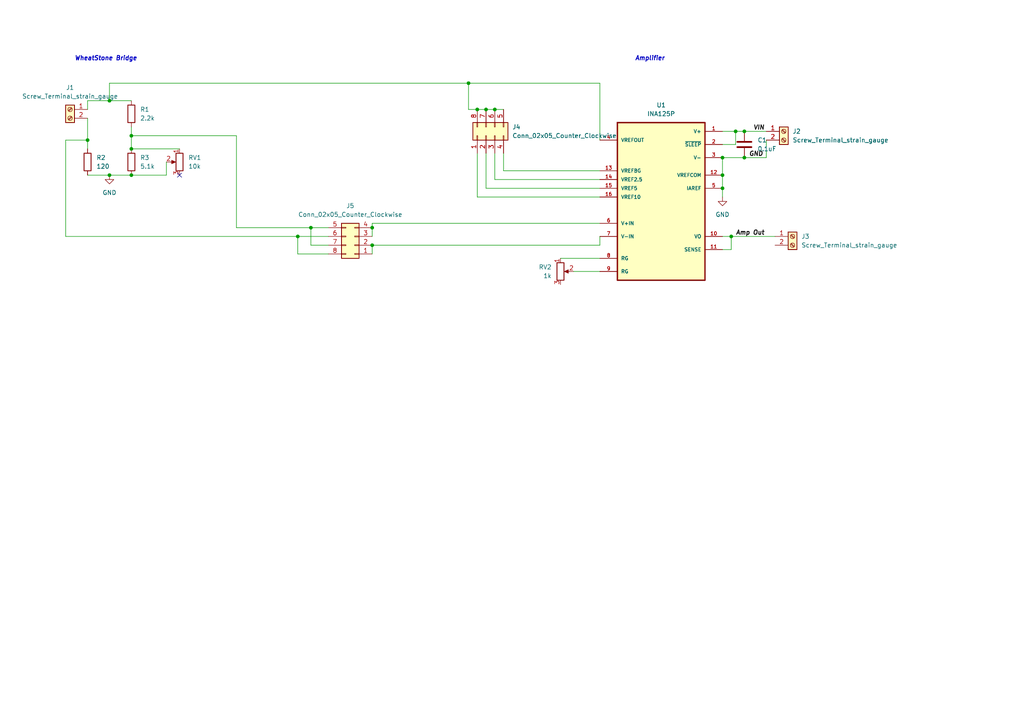
<source format=kicad_sch>
(kicad_sch (version 20211123) (generator eeschema)
  (paper "A4")
  (lib_symbols
    (symbol "Connector:Screw_Terminal_01x02" (pin_names (offset 1.016) hide)
      (property "Reference" "J" (at 0 2.54 0))
      (property "Value" "Screw_Terminal_01x02" (at 0 -5.08 0))
      (symbol "Screw_Terminal_01x02_1_1"
        (rectangle (start -1.27 1.27) (end 1.27 -3.81) (stroke (width 0.254)) (fill (type background)))
        (circle (center 0 -2.54) (radius 0.635) (stroke (width 0.1524)))
        (polyline (pts (xy -0.5334 -2.2098) (xy 0.3302 -3.048)) (stroke (width 0.1524)))
        (polyline (pts (xy -0.5334 0.3302) (xy 0.3302 -0.508)) (stroke (width 0.1524)))
        (polyline (pts (xy -0.3556 -2.032) (xy 0.508 -2.8702)) (stroke (width 0.1524)))
        (polyline (pts (xy -0.3556 0.508) (xy 0.508 -0.3302)) (stroke (width 0.1524)))
        (circle (center 0 0) (radius 0.635) (stroke (width 0.1524)))
        (pin passive line (at -5.08 0 0) (length 3.81) (name "Pin_1") (number "1"))
        (pin passive line (at -5.08 -2.54 0) (length 3.81) (name "Pin_2") (number "2"))
      )
    )
    (symbol "Connector_Generic:Conn_02x04_Counter_Clockwise" (pin_names (offset 1.016) hide)
      (property "Reference" "J" (at 1.27 5.08 0))
      (property "Value" "Conn_02x04_Counter_Clockwise" (at 1.27 -7.62 0))
      (symbol "Conn_02x04_Counter_Clockwise_1_1"
        (rectangle (start -1.27 -4.953) (end 0 -5.207) (stroke (width 0.1524)))
        (rectangle (start -1.27 -2.413) (end 0 -2.667) (stroke (width 0.1524)))
        (rectangle (start -1.27 0.127) (end 0 -0.127) (stroke (width 0.1524)))
        (rectangle (start -1.27 2.667) (end 0 2.413) (stroke (width 0.1524)))
        (rectangle (start -1.27 3.81) (end 3.81 -6.35) (stroke (width 0.254)) (fill (type background)))
        (rectangle (start 3.81 -4.953) (end 2.54 -5.207) (stroke (width 0.1524)))
        (rectangle (start 3.81 -2.413) (end 2.54 -2.667) (stroke (width 0.1524)))
        (rectangle (start 3.81 0.127) (end 2.54 -0.127) (stroke (width 0.1524)))
        (rectangle (start 3.81 2.667) (end 2.54 2.413) (stroke (width 0.1524)))
        (pin passive line (at -5.08 2.54 0) (length 3.81) (name "Pin_1") (number "1"))
        (pin passive line (at -5.08 0 0) (length 3.81) (name "Pin_2") (number "2"))
        (pin passive line (at -5.08 -2.54 0) (length 3.81) (name "Pin_3") (number "3"))
        (pin passive line (at -5.08 -5.08 0) (length 3.81) (name "Pin_4") (number "4"))
        (pin passive line (at 7.62 -5.08 180) (length 3.81) (name "Pin_5") (number "5"))
        (pin passive line (at 7.62 -2.54 180) (length 3.81) (name "Pin_6") (number "6"))
        (pin passive line (at 7.62 0 180) (length 3.81) (name "Pin_7") (number "7"))
        (pin passive line (at 7.62 2.54 180) (length 3.81) (name "Pin_8") (number "8"))
      )
    )
    (symbol "Device:C" (pin_numbers hide) (pin_names (offset 0.254))
      (property "Reference" "C" (at 0.635 2.54 0))
      (property "Value" "C" (at 0.635 -2.54 0))
      (symbol "C_0_1"
        (polyline (pts (xy -2.032 -0.762) (xy 2.032 -0.762)) (stroke (width 0.508)))
        (polyline (pts (xy -2.032 0.762) (xy 2.032 0.762)) (stroke (width 0.508)))
      )
      (symbol "C_1_1"
        (pin passive line (at 0 3.81 270) (length 2.794) (name "~") (number "1"))
        (pin passive line (at 0 -3.81 90) (length 2.794) (name "~") (number "2"))
      )
    )
    (symbol "Device:R" (pin_numbers hide) (pin_names (offset 0))
      (property "Reference" "R" (at 2.032 0 90))
      (property "Value" "R" (at 0 0 90))
      (symbol "R_0_1"
        (rectangle (start -1.016 -2.54) (end 1.016 2.54) (stroke (width 0.254)))
      )
      (symbol "R_1_1"
        (pin passive line (at 0 3.81 270) (length 1.27) (name "~") (number "1"))
        (pin passive line (at 0 -3.81 90) (length 1.27) (name "~") (number "2"))
      )
    )
    (symbol "Device:R_Potentiometer" (pin_names (offset 1.016) hide)
      (property "Reference" "RV" (at -4.445 0 90))
      (property "Value" "R_Potentiometer" (at -2.54 0 90))
      (symbol "R_Potentiometer_0_1"
        (polyline (pts (xy 2.54 0) (xy 1.524 0)))
        (polyline (pts (xy 1.143 0) (xy 2.286 0.508) (xy 2.286 -0.508) (xy 1.143 0)) (fill (type outline)))
        (rectangle (start 1.016 2.54) (end -1.016 -2.54) (stroke (width 0.254)))
      )
      (symbol "R_Potentiometer_1_1"
        (pin passive line (at 0 3.81 270) (length 1.27) (name "1") (number "1"))
        (pin passive line (at 3.81 0 180) (length 1.27) (name "2") (number "2"))
        (pin passive line (at 0 -3.81 90) (length 1.27) (name "3") (number "3"))
      )
    )
    (symbol "INA125P:INA125P" (pin_names (offset 1.016))
      (property "Reference" "U" (at -12.7 23.8506 0))
      (property "Value" "INA125P" (at -12.7 -26.8478 0))
      (symbol "INA125P_0_0"
        (rectangle (start -12.7 -22.86) (end 12.7 22.86) (stroke (width 0.4064)) (fill (type background)))
        (pin power_in line (at 17.78 20.32 180) (length 5.08) (name "V+") (number "1"))
        (pin output line (at 17.78 -10.16 180) (length 5.08) (name "VO") (number "10"))
        (pin input line (at 17.78 -13.97 180) (length 5.08) (name "SENSE") (number "11"))
        (pin input line (at 17.78 7.62 180) (length 5.08) (name "VREFCOM") (number "12"))
        (pin input line (at -17.78 8.89 0) (length 5.08) (name "VREFBG") (number "13"))
        (pin power_in line (at -17.78 6.35 0) (length 5.08) (name "VREF2.5") (number "14"))
        (pin input line (at -17.78 3.81 0) (length 5.08) (name "VREF5") (number "15"))
        (pin input line (at -17.78 1.27 0) (length 5.08) (name "VREF10") (number "16"))
        (pin bidirectional line (at 17.78 16.51 180) (length 5.08) (name "~{SLEEP}") (number "2"))
        (pin power_in line (at 17.78 12.7 180) (length 5.08) (name "V-") (number "3"))
        (pin output line (at -17.78 17.78 0) (length 5.08) (name "VREFOUT") (number "4"))
        (pin input line (at 17.78 3.81 180) (length 5.08) (name "IAREF") (number "5"))
        (pin input line (at -17.78 -6.35 0) (length 5.08) (name "V+IN") (number "6"))
        (pin input line (at -17.78 -10.16 0) (length 5.08) (name "V-IN") (number "7"))
        (pin bidirectional line (at -17.78 -16.51 0) (length 5.08) (name "RG") (number "8"))
        (pin bidirectional line (at -17.78 -20.32 0) (length 5.08) (name "RG") (number "9"))
      )
    )
    (symbol "power:GND" (power) (pin_names (offset 0))
      (property "Value" "GND" (at 0 -3.81 0))
      (symbol "GND_0_1"
        (polyline (pts (xy 0 0) (xy 0 -1.27) (xy 1.27 -1.27) (xy 0 -2.54) (xy -1.27 -1.27) (xy 0 -1.27)))
      )
      (symbol "GND_1_1"
        (pin power_in line (at 0 0 270) (length 0) hide (name "GND") (number "1"))
      )
    )
  )
  (junction (at 215.9 45.72))
  (junction (at 209.55 45.72))
  (junction (at 107.95 66.04))
  (junction (at 140.97 31.75))
  (junction (at 143.51 31.75))
  (junction (at 138.43 31.75))
  (junction (at 135.89 24.13))
  (junction (at 31.75 29.21))
  (junction (at 31.75 50.8))
  (junction (at 38.1 43.18))
  (junction (at 86.36 68.58))
  (junction (at 90.17 66.04))
  (junction (at 209.55 54.61))
  (junction (at 215.9 38.1))
  (junction (at 25.4 40.64))
  (junction (at 38.1 39.37))
  (junction (at 209.55 50.8))
  (junction (at 38.1 50.8))
  (junction (at 213.36 38.1))
  (junction (at 212.09 68.58))
  (junction (at 107.95 71.12))
  (no_connect (at 52.07 50.8))
  (wire (pts (xy 143.51 52.07) (xy 143.51 44.45)))
  (wire (pts (xy 90.17 66.04) (xy 95.25 66.04)))
  (wire (pts (xy 31.75 24.13) (xy 135.89 24.13)))
  (wire (pts (xy 25.4 50.8) (xy 31.75 50.8)))
  (wire (pts (xy 135.89 31.75) (xy 138.43 31.75)))
  (wire (pts (xy 38.1 36.83) (xy 38.1 39.37)))
  (wire (pts (xy 68.58 39.37) (xy 68.58 66.04)))
  (wire (pts (xy 107.95 71.12) (xy 173.99 71.12)))
  (wire (pts (xy 107.95 71.12) (xy 107.95 73.66)))
  (wire (pts (xy 173.99 49.53) (xy 146.05 49.53)))
  (wire (pts (xy 90.17 71.12) (xy 90.17 66.04)))
  (wire (pts (xy 212.09 68.58) (xy 224.79 68.58)))
  (wire (pts (xy 95.25 71.12) (xy 90.17 71.12)))
  (wire (pts (xy 146.05 49.53) (xy 146.05 44.45)))
  (wire (pts (xy 173.99 52.07) (xy 143.51 52.07)))
  (wire (pts (xy 25.4 40.64) (xy 25.4 43.18)))
  (wire (pts (xy 107.95 66.04) (xy 107.95 68.58)))
  (wire (pts (xy 173.99 57.15) (xy 138.43 57.15)))
  (wire (pts (xy 86.36 73.66) (xy 95.25 73.66)))
  (wire (pts (xy 215.9 45.72) (xy 222.25 45.72)))
  (wire (pts (xy 209.55 45.72) (xy 215.9 45.72)))
  (wire (pts (xy 25.4 29.21) (xy 25.4 31.75)))
  (wire (pts (xy 209.55 41.91) (xy 213.36 41.91)))
  (wire (pts (xy 48.26 50.8) (xy 48.26 46.99)))
  (wire (pts (xy 25.4 29.21) (xy 31.75 29.21)))
  (wire (pts (xy 31.75 29.21) (xy 38.1 29.21)))
  (wire (pts (xy 25.4 34.29) (xy 25.4 40.64)))
  (wire (pts (xy 68.58 66.04) (xy 90.17 66.04)))
  (wire (pts (xy 68.58 39.37) (xy 38.1 39.37)))
  (wire (pts (xy 209.55 72.39) (xy 212.09 72.39)))
  (wire (pts (xy 209.55 38.1) (xy 213.36 38.1)))
  (wire (pts (xy 173.99 71.12) (xy 173.99 68.58)))
  (wire (pts (xy 140.97 54.61) (xy 140.97 44.45)))
  (wire (pts (xy 19.05 68.58) (xy 86.36 68.58)))
  (wire (pts (xy 138.43 31.75) (xy 140.97 31.75)))
  (wire (pts (xy 135.89 24.13) (xy 135.89 31.75)))
  (wire (pts (xy 209.55 45.72) (xy 209.55 50.8)))
  (wire (pts (xy 38.1 43.18) (xy 52.07 43.18)))
  (wire (pts (xy 166.37 78.74) (xy 173.99 78.74)))
  (wire (pts (xy 162.56 74.93) (xy 173.99 74.93)))
  (wire (pts (xy 215.9 38.1) (xy 222.25 38.1)))
  (wire (pts (xy 19.05 40.64) (xy 19.05 68.58)))
  (wire (pts (xy 107.95 64.77) (xy 107.95 66.04)))
  (wire (pts (xy 209.55 50.8) (xy 209.55 54.61)))
  (wire (pts (xy 86.36 68.58) (xy 86.36 73.66)))
  (wire (pts (xy 173.99 54.61) (xy 140.97 54.61)))
  (wire (pts (xy 173.99 24.13) (xy 173.99 40.64)))
  (wire (pts (xy 140.97 31.75) (xy 143.51 31.75)))
  (wire (pts (xy 135.89 24.13) (xy 173.99 24.13)))
  (wire (pts (xy 31.75 24.13) (xy 31.75 29.21)))
  (wire (pts (xy 38.1 50.8) (xy 48.26 50.8)))
  (wire (pts (xy 143.51 31.75) (xy 146.05 31.75)))
  (wire (pts (xy 138.43 57.15) (xy 138.43 44.45)))
  (wire (pts (xy 173.99 64.77) (xy 107.95 64.77)))
  (wire (pts (xy 213.36 38.1) (xy 215.9 38.1)))
  (wire (pts (xy 212.09 72.39) (xy 212.09 68.58)))
  (wire (pts (xy 213.36 41.91) (xy 213.36 38.1)))
  (wire (pts (xy 95.25 68.58) (xy 86.36 68.58)))
  (wire (pts (xy 38.1 39.37) (xy 38.1 43.18)))
  (wire (pts (xy 209.55 68.58) (xy 212.09 68.58)))
  (wire (pts (xy 31.75 50.8) (xy 38.1 50.8)))
  (wire (pts (xy 19.05 40.64) (xy 25.4 40.64)))
  (wire (pts (xy 209.55 54.61) (xy 209.55 57.15)))
  (wire (pts (xy 222.25 45.72) (xy 222.25 40.64)))
  (text "WheatStone Bridge" (at 21.59 17.78 0) (effects (font (size 1.27 1.27) (thickness 0.254) bold italic) (justify left bottom)))
  (text "Amplifier\n" (at 184.15 17.78 0) (effects (font (size 1.27 1.27) bold italic) (justify left bottom)))
  (label "GND" (at 217.17 45.72 0) (effects (font bold italic)))
  (label "Amp Out" (at 213.36 68.58 0) (effects (font bold italic)))
  (label "VIN" (at 218.44 38.1 0) (effects (font bold italic)))
  (symbol (lib_id "Device:R") (at 38.1 46.99 0) (unit 1)
    (property "Reference" "R3" (at 40.64 45.7199 0) (effects (justify left)))
    (property "Value" "5.1k" (at 40.64 48.2599 0) (effects (justify left)))
    (property "Footprint" "Resistor_THT:R_Axial_DIN0207_L6.3mm_D2.5mm_P15.24mm_Horizontal" (effects hide))
  )
  (symbol (lib_id "Device:C") (at 215.9 41.91 0) (unit 1)
    (property "Reference" "C1" (at 219.71 40.6399 0) (effects (justify left)))
    (property "Value" "0.1uF" (at 219.71 43.1799 0) (effects (justify left)))
    (property "Footprint" "Capacitor_THT:C_Disc_D5.0mm_W2.5mm_P5.00mm" (effects hide))
  )
  (symbol (lib_id "Device:R_Potentiometer") (at 162.56 78.74 0) (unit 1)
    (property "Reference" "RV2" (at 160.02 77.4699 0) (effects (justify right)))
    (property "Value" "1k" (at 160.02 80.0099 0) (effects (justify right)))
    (property "Footprint" "Potentiometer_THT:Potentiometer_Bourns_3386C_Horizontal" (effects hide))
  )
  (symbol (lib_id "Connector:Screw_Terminal_01x02") (at 20.32 31.75 0) (mirror y) (unit 1)
    (property "Reference" "J1" (at 20.32 25.4 0))
    (property "Value" "Screw_Terminal_strain_gauge" (at 20.32 27.94 0))
    (property "Footprint" "TerminalBlock_4Ucon:TerminalBlock_4Ucon_1x02_P3.50mm_Horizontal" (effects hide))
  )
  (symbol (lib_id "Connector_Generic:Conn_02x04_Counter_Clockwise") (at 102.87 71.12 180) (unit 1)
    (property "Reference" "J5" (at 101.6 59.69 0))
    (property "Value" "Conn_02x05_Counter_Clockwise" (at 101.6 62.23 0))
    (property "Footprint" "Connector_PinHeader_2.54mm:PinHeader_2x04_P2.54mm_Vertical_EDIT" (effects hide))
  )
  (symbol (lib_id "Connector:Screw_Terminal_01x02") (at 227.33 38.1 0) (unit 1)
    (property "Reference" "J2" (at 229.87 38.0999 0) (effects (justify left)))
    (property "Value" "Screw_Terminal_strain_gauge" (at 229.87 40.6399 0) (effects (justify left)))
    (property "Footprint" "TerminalBlock_4Ucon:TerminalBlock_4Ucon_1x02_P3.50mm_Horizontal" (effects hide))
  )
  (symbol (lib_id "Device:R_Potentiometer") (at 52.07 46.99 0) (mirror y) (unit 1)
    (property "Reference" "RV1" (at 54.61 45.7199 0) (effects (justify right)))
    (property "Value" "10k" (at 54.61 48.2599 0) (effects (justify right)))
    (property "Footprint" "Potentiometer_THT:Potentiometer_Bourns_3386C_Horizontal" (effects hide))
  )
  (symbol (lib_id "Device:R") (at 38.1 33.02 0) (unit 1)
    (property "Reference" "R1" (at 40.64 31.7499 0) (effects (justify left)))
    (property "Value" "2.2k" (at 40.64 34.2899 0) (effects (justify left)))
    (property "Footprint" "Resistor_THT:R_Axial_DIN0207_L6.3mm_D2.5mm_P15.24mm_Horizontal" (effects hide))
  )
  (symbol (lib_id "Connector:Screw_Terminal_01x02") (at 229.87 68.58 0) (unit 1)
    (property "Reference" "J3" (at 232.41 68.5799 0) (effects (justify left)))
    (property "Value" "Screw_Terminal_strain_gauge" (at 232.41 71.1199 0) (effects (justify left)))
    (property "Footprint" "TerminalBlock_4Ucon:TerminalBlock_4Ucon_1x02_P3.50mm_Horizontal" (effects hide))
  )
  (symbol (lib_id "power:GND") (at 209.55 57.15 0) (unit 1)
    (property "Reference" "#PWR0102" (effects hide))
    (property "Value" "GND" (at 209.55 62.23 0))
  )
  (symbol (lib_id "Connector_Generic:Conn_02x04_Counter_Clockwise") (at 140.97 39.37 90) (unit 1)
    (property "Reference" "J4" (at 148.59 36.8299 90) (effects (justify right)))
    (property "Value" "Conn_02x05_Counter_Clockwise" (at 148.59 39.3699 90) (effects (justify right)))
    (property "Footprint" "Connector_PinHeader_2.54mm:PinHeader_2x04_P2.54mm_Vertical_EDIT" (effects hide))
  )
  (symbol (lib_id "INA125P:INA125P") (at 191.77 58.42 0) (unit 1)
    (property "Reference" "U1" (at 191.77 30.48 0))
    (property "Value" "INA125P" (at 191.77 33.02 0))
    (property "Footprint" "INA125P:DIP794W45P254L1969H508Q16" (effects hide))
  )
  (symbol (lib_id "Device:R") (at 25.4 46.99 0) (unit 1)
    (property "Reference" "R2" (at 27.94 45.7199 0) (effects (justify left)))
    (property "Value" "120" (at 27.94 48.2599 0) (effects (justify left)))
    (property "Footprint" "Resistor_THT:R_Axial_DIN0207_L6.3mm_D2.5mm_P15.24mm_Horizontal" (effects hide))
  )
  (symbol (lib_id "power:GND") (at 31.75 50.8 0) (unit 1)
    (property "Reference" "#PWR0101" (effects hide))
    (property "Value" "GND" (at 31.75 55.88 0))
  )
)
</source>
